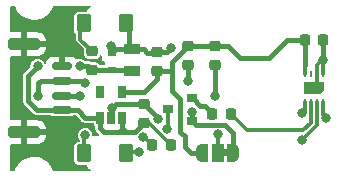
<source format=gbr>
%TF.GenerationSoftware,KiCad,Pcbnew,7.0.7-7.0.7~ubuntu23.04.1*%
%TF.CreationDate,2023-09-24T12:07:55+00:00*%
%TF.ProjectId,TFHT01,54464854-3031-42e6-9b69-6361645f7063,rev?*%
%TF.SameCoordinates,Original*%
%TF.FileFunction,Copper,L2,Bot*%
%TF.FilePolarity,Positive*%
%FSLAX46Y46*%
G04 Gerber Fmt 4.6, Leading zero omitted, Abs format (unit mm)*
G04 Created by KiCad (PCBNEW 7.0.7-7.0.7~ubuntu23.04.1) date 2023-09-24 12:07:55*
%MOMM*%
%LPD*%
G01*
G04 APERTURE LIST*
G04 Aperture macros list*
%AMRoundRect*
0 Rectangle with rounded corners*
0 $1 Rounding radius*
0 $2 $3 $4 $5 $6 $7 $8 $9 X,Y pos of 4 corners*
0 Add a 4 corners polygon primitive as box body*
4,1,4,$2,$3,$4,$5,$6,$7,$8,$9,$2,$3,0*
0 Add four circle primitives for the rounded corners*
1,1,$1+$1,$2,$3*
1,1,$1+$1,$4,$5*
1,1,$1+$1,$6,$7*
1,1,$1+$1,$8,$9*
0 Add four rect primitives between the rounded corners*
20,1,$1+$1,$2,$3,$4,$5,0*
20,1,$1+$1,$4,$5,$6,$7,0*
20,1,$1+$1,$6,$7,$8,$9,0*
20,1,$1+$1,$8,$9,$2,$3,0*%
%AMFreePoly0*
4,1,19,0.550000,-0.750000,0.000000,-0.750000,0.000000,-0.744911,-0.071157,-0.744911,-0.207708,-0.704816,-0.327430,-0.627875,-0.420627,-0.520320,-0.479746,-0.390866,-0.500000,-0.250000,-0.500000,0.250000,-0.479746,0.390866,-0.420627,0.520320,-0.327430,0.627875,-0.207708,0.704816,-0.071157,0.744911,0.000000,0.744911,0.000000,0.750000,0.550000,0.750000,0.550000,-0.750000,0.550000,-0.750000,
$1*%
%AMFreePoly1*
4,1,19,0.000000,0.744911,0.071157,0.744911,0.207708,0.704816,0.327430,0.627875,0.420627,0.520320,0.479746,0.390866,0.500000,0.250000,0.500000,-0.250000,0.479746,-0.390866,0.420627,-0.520320,0.327430,-0.627875,0.207708,-0.704816,0.071157,-0.744911,0.000000,-0.744911,0.000000,-0.750000,-0.550000,-0.750000,-0.550000,0.750000,0.000000,0.750000,0.000000,0.744911,0.000000,0.744911,
$1*%
%AMFreePoly2*
4,1,6,0.500000,-0.850000,-0.200000,-0.850000,-0.500000,-0.550000,-0.500000,0.850000,0.500000,0.850000,0.500000,-0.850000,0.500000,-0.850000,$1*%
G04 Aperture macros list end*
%TA.AperFunction,SMDPad,CuDef*%
%ADD10FreePoly0,180.000000*%
%TD*%
%TA.AperFunction,SMDPad,CuDef*%
%ADD11R,1.000000X1.500000*%
%TD*%
%TA.AperFunction,SMDPad,CuDef*%
%ADD12FreePoly1,180.000000*%
%TD*%
%TA.AperFunction,SMDPad,CuDef*%
%ADD13RoundRect,0.166667X0.458333X0.583333X-0.458333X0.583333X-0.458333X-0.583333X0.458333X-0.583333X0*%
%TD*%
%TA.AperFunction,SMDPad,CuDef*%
%ADD14RoundRect,0.166667X-0.458333X-0.583333X0.458333X-0.583333X0.458333X0.583333X-0.458333X0.583333X0*%
%TD*%
%TA.AperFunction,SMDPad,CuDef*%
%ADD15RoundRect,0.218750X0.256250X-0.218750X0.256250X0.218750X-0.256250X0.218750X-0.256250X-0.218750X0*%
%TD*%
%TA.AperFunction,SMDPad,CuDef*%
%ADD16R,0.250000X0.550000*%
%TD*%
%TA.AperFunction,SMDPad,CuDef*%
%ADD17FreePoly2,90.000000*%
%TD*%
%TA.AperFunction,SMDPad,CuDef*%
%ADD18R,0.700000X0.600000*%
%TD*%
%TA.AperFunction,SMDPad,CuDef*%
%ADD19RoundRect,0.150000X0.700000X-0.150000X0.700000X0.150000X-0.700000X0.150000X-0.700000X-0.150000X0*%
%TD*%
%TA.AperFunction,SMDPad,CuDef*%
%ADD20RoundRect,0.250000X1.100000X-0.250000X1.100000X0.250000X-1.100000X0.250000X-1.100000X-0.250000X0*%
%TD*%
%TA.AperFunction,SMDPad,CuDef*%
%ADD21RoundRect,0.218750X0.218750X0.256250X-0.218750X0.256250X-0.218750X-0.256250X0.218750X-0.256250X0*%
%TD*%
%TA.AperFunction,SMDPad,CuDef*%
%ADD22RoundRect,0.218750X-0.218750X-0.256250X0.218750X-0.256250X0.218750X0.256250X-0.218750X0.256250X0*%
%TD*%
%TA.AperFunction,SMDPad,CuDef*%
%ADD23R,0.900000X0.800000*%
%TD*%
%TA.AperFunction,SMDPad,CuDef*%
%ADD24R,1.397000X0.889000*%
%TD*%
%TA.AperFunction,SMDPad,CuDef*%
%ADD25R,0.650000X1.060000*%
%TD*%
%TA.AperFunction,SMDPad,CuDef*%
%ADD26RoundRect,0.218750X-0.256250X0.218750X-0.256250X-0.218750X0.256250X-0.218750X0.256250X0.218750X0*%
%TD*%
%TA.AperFunction,ViaPad*%
%ADD27C,0.800000*%
%TD*%
%TA.AperFunction,Conductor*%
%ADD28C,0.400000*%
%TD*%
%TA.AperFunction,Conductor*%
%ADD29C,0.300000*%
%TD*%
G04 APERTURE END LIST*
%TA.AperFunction,EtchedComponent*%
%TO.C,JP1*%
G36*
X18934000Y1732000D02*
G01*
X18434000Y1732000D01*
X18434000Y2332000D01*
X18934000Y2332000D01*
X18934000Y1732000D01*
G37*
%TD.AperFunction*%
%TD*%
D10*
%TO.P,JP1,1,A*%
%TO.N,GND*%
X19334000Y2032000D03*
D11*
%TO.P,JP1,2,C*%
%TO.N,Net-(JP1-C)*%
X18034000Y2032000D03*
D12*
%TO.P,JP1,3,B*%
%TO.N,+3V3*%
X16734000Y2032000D03*
%TD*%
D13*
%TO.P,D2,1,K*%
%TO.N,GND*%
X10300000Y13000000D03*
D14*
%TO.P,D2,2,A*%
%TO.N,Net-(D2-A)*%
X6700000Y13000000D03*
%TD*%
D15*
%TO.P,C4,1*%
%TO.N,+5V*%
X11811000Y4572000D03*
%TO.P,C4,2*%
%TO.N,GND*%
X11811000Y6147000D03*
%TD*%
D16*
%TO.P,U1,1,SDA*%
%TO.N,/SDA*%
X26950000Y6325000D03*
%TO.P,U1,2,ADDR*%
%TO.N,Net-(JP1-C)*%
X26450000Y6325000D03*
%TO.P,U1,3,ALERT*%
%TO.N,/ALERT*%
X25950000Y6325000D03*
%TO.P,U1,4,SCL*%
%TO.N,/SCL*%
X25450000Y6325000D03*
%TO.P,U1,5,VDD*%
%TO.N,+3V3*%
X25450000Y8675000D03*
%TO.P,U1,6,~{RESET}*%
%TO.N,unconnected-(U1-~{RESET}-Pad6)*%
X25950000Y8675000D03*
%TO.P,U1,7,R*%
%TO.N,GND*%
X26450000Y8675000D03*
%TO.P,U1,8,VSS*%
X26950000Y8675000D03*
D17*
%TO.P,U1,9,VSS*%
X26200000Y7500000D03*
%TD*%
D18*
%TO.P,D1,1,K*%
%TO.N,+5V*%
X9071000Y9075000D03*
%TO.P,D1,2,A*%
%TO.N,GND*%
X9071000Y10475000D03*
%TD*%
D13*
%TO.P,D3,1,K*%
%TO.N,Net-(D3-K)*%
X10300000Y2000000D03*
D14*
%TO.P,D3,2,A*%
%TO.N,Net-(D3-A)*%
X6700000Y2000000D03*
%TD*%
D19*
%TO.P,J1,1*%
%TO.N,+5V*%
X4847200Y5625000D03*
%TO.P,J1,2*%
%TO.N,/SCL*%
X4847200Y6875000D03*
%TO.P,J1,3*%
%TO.N,/SDA*%
X4847200Y8125000D03*
%TO.P,J1,4*%
%TO.N,GND*%
X4847200Y9375000D03*
D20*
%TO.P,J1,MP*%
X1647200Y3775000D03*
X1647200Y11225000D03*
%TD*%
D21*
%TO.P,R2,1*%
%TO.N,/ALERT*%
X19177000Y5334000D03*
%TO.P,R2,2*%
%TO.N,Net-(Q1-B)*%
X17602000Y5334000D03*
%TD*%
D22*
%TO.P,C5,1*%
%TO.N,+3V3*%
X25412500Y11594000D03*
%TO.P,C5,2*%
%TO.N,GND*%
X26987500Y11594000D03*
%TD*%
D21*
%TO.P,R4,1*%
%TO.N,+5V*%
X14097000Y2667000D03*
%TO.P,R4,2*%
%TO.N,Net-(D3-A)*%
X12522000Y2667000D03*
%TD*%
D15*
%TO.P,C1,1*%
%TO.N,+3V3*%
X12896000Y8962500D03*
%TO.P,C1,2*%
%TO.N,GND*%
X12896000Y10537500D03*
%TD*%
D23*
%TO.P,Q1,1,B*%
%TO.N,Net-(Q1-B)*%
X15859000Y6665000D03*
%TO.P,Q1,2,E*%
%TO.N,GND*%
X15859000Y4765000D03*
%TO.P,Q1,3,C*%
%TO.N,Net-(D3-K)*%
X13859000Y5715000D03*
%TD*%
D24*
%TO.P,C3,1*%
%TO.N,+5V*%
X10821000Y8947500D03*
%TO.P,C3,2*%
%TO.N,GND*%
X10821000Y10852500D03*
%TD*%
D25*
%TO.P,U3,1,VIN*%
%TO.N,+5V*%
X9967000Y4996000D03*
%TO.P,U3,2,GND*%
%TO.N,GND*%
X9017000Y4996000D03*
%TO.P,U3,3,EN*%
%TO.N,+5V*%
X8067000Y4996000D03*
%TO.P,U3,4,NC*%
%TO.N,unconnected-(U3-NC-Pad4)*%
X8067000Y7196000D03*
%TO.P,U3,5,VOUT*%
%TO.N,+3V3*%
X9967000Y7196000D03*
%TD*%
D26*
%TO.P,R3,1*%
%TO.N,+3V3*%
X17780000Y11074500D03*
%TO.P,R3,2*%
%TO.N,/SCL*%
X17780000Y9499500D03*
%TD*%
%TO.P,R10,1*%
%TO.N,+3V3*%
X15494000Y11049000D03*
%TO.P,R10,2*%
%TO.N,/SDA*%
X15494000Y9474000D03*
%TD*%
D15*
%TO.P,R1,1*%
%TO.N,+5V*%
X7421000Y9062500D03*
%TO.P,R1,2*%
%TO.N,Net-(D2-A)*%
X7421000Y10637500D03*
%TD*%
D27*
%TO.N,GND*%
X14096000Y10875000D03*
X4191000Y4318000D03*
X1143000Y12827000D03*
X3937000Y12065000D03*
X2159000Y12827000D03*
X3175000Y12827000D03*
X1143000Y5461000D03*
X15850000Y5500000D03*
X12983983Y4892197D03*
X1143000Y2286000D03*
X1651000Y9779000D03*
X3429000Y2286000D03*
X4191000Y3175000D03*
X1016000Y8890000D03*
X2286000Y2286000D03*
X5080000Y10668000D03*
X1016000Y7747000D03*
X9046000Y11125000D03*
X26950000Y9875000D03*
X9121000Y5875000D03*
X1016000Y6604000D03*
X4064000Y10668000D03*
%TO.N,Net-(D3-K)*%
X11404600Y2082800D03*
X13766800Y4092697D03*
%TO.N,+5V*%
X2794000Y9398000D03*
X6350000Y9398000D03*
%TO.N,/SDA*%
X2850000Y6875000D03*
X6771000Y7950000D03*
X15494000Y8128000D03*
X27225000Y5000000D03*
%TO.N,/SCL*%
X6350000Y6858000D03*
X25200500Y5370686D03*
X17780000Y6858000D03*
%TO.N,Net-(D3-A)*%
X11756232Y3386568D03*
X6836304Y3528579D03*
%TO.N,Net-(JP1-C)*%
X25146000Y3094000D03*
X18034000Y3600500D03*
%TD*%
D28*
%TO.N,GND*%
X9071000Y10475000D02*
X9448500Y10852500D01*
D29*
X26950000Y8675000D02*
X26950000Y9875000D01*
D28*
X9121000Y5875000D02*
X9393000Y6147000D01*
X26987500Y9912500D02*
X26950000Y9875000D01*
X15859000Y4765000D02*
X15850000Y4774000D01*
X9448500Y10852500D02*
X10821000Y10852500D01*
X15859000Y4765000D02*
X16224000Y4400000D01*
X12983983Y4892197D02*
X12983983Y4974017D01*
X12983983Y4974017D02*
X11811000Y6147000D01*
X13758500Y10537500D02*
X12896000Y10537500D01*
X14096000Y10875000D02*
X13758500Y10537500D01*
X4627000Y9398000D02*
X4650000Y9375000D01*
X9017000Y5771000D02*
X9121000Y5875000D01*
X19334000Y3737000D02*
X19334000Y2032000D01*
X26987500Y11594000D02*
X26987500Y9912500D01*
X10575000Y11098500D02*
X10821000Y10852500D01*
X9071000Y11100000D02*
X9046000Y11125000D01*
X11768500Y10852500D02*
X12096000Y10525000D01*
X12096000Y10525000D02*
X12883500Y10525000D01*
D29*
X26450000Y9475000D02*
X26850000Y9875000D01*
D28*
X9393000Y6147000D02*
X11811000Y6147000D01*
D29*
X26850000Y9875000D02*
X26950000Y9875000D01*
X26450000Y8675000D02*
X26450000Y7750000D01*
D28*
X16224000Y4400000D02*
X18671000Y4400000D01*
X10575000Y13000000D02*
X10575000Y11098500D01*
D29*
X26450000Y7750000D02*
X26200000Y7500000D01*
D28*
X12883500Y10525000D02*
X12896000Y10537500D01*
X18671000Y4400000D02*
X19334000Y3737000D01*
X9017000Y4996000D02*
X9017000Y5771000D01*
X15850000Y4774000D02*
X15850000Y5500000D01*
X9071000Y10475000D02*
X9071000Y11100000D01*
X10821000Y10852500D02*
X11768500Y10852500D01*
D29*
X26450000Y8675000D02*
X26450000Y9475000D01*
%TO.N,Net-(D2-A)*%
X6425000Y11633500D02*
X7421000Y10637500D01*
X6425000Y13000000D02*
X6425000Y11633500D01*
%TO.N,Net-(D3-K)*%
X13859000Y5715000D02*
X13859000Y4184897D01*
X11404600Y2082800D02*
X10382800Y2082800D01*
X10382800Y2082800D02*
X10300000Y2000000D01*
X13859000Y4184897D02*
X13766800Y4092697D01*
D28*
%TO.N,+3V3*%
X9967000Y7196000D02*
X11767000Y7196000D01*
X14850000Y6613000D02*
X14196000Y7267000D01*
X17754500Y11049000D02*
X17780000Y11074500D01*
X15748000Y2032000D02*
X15240000Y2540000D01*
X12896000Y8962500D02*
X14108500Y8962500D01*
X19947800Y10075000D02*
X22402884Y10075000D01*
X14108500Y8962500D02*
X14196000Y9050000D01*
X12896000Y8325000D02*
X12896000Y8962500D01*
X15240000Y3429000D02*
X14850000Y3819000D01*
X17780000Y11074500D02*
X18948300Y11074500D01*
X14196000Y7267000D02*
X14196000Y9050000D01*
X15494000Y11049000D02*
X17754500Y11049000D01*
X18948300Y11074500D02*
X19947800Y10075000D01*
X22402884Y10075000D02*
X23921884Y11594000D01*
X23921884Y11594000D02*
X25412500Y11594000D01*
X16734000Y2032000D02*
X15748000Y2032000D01*
X14196000Y9751000D02*
X15494000Y11049000D01*
X14196000Y9050000D02*
X14196000Y9751000D01*
X15240000Y2540000D02*
X15240000Y3429000D01*
X25412500Y9537500D02*
X25450000Y9500000D01*
X11767000Y7196000D02*
X12896000Y8325000D01*
X25412500Y11594000D02*
X25412500Y9537500D01*
D29*
X25450000Y8675000D02*
X25450000Y9500000D01*
D28*
X14850000Y3819000D02*
X14850000Y6613000D01*
%TO.N,+5V*%
X9071000Y9075000D02*
X10693500Y9075000D01*
X4650000Y5625000D02*
X2757000Y5625000D01*
X9058500Y9062500D02*
X9071000Y9075000D01*
X9711000Y3810000D02*
X10287000Y3810000D01*
X8067000Y4996000D02*
X8067000Y4125000D01*
X9711000Y3810000D02*
X9967000Y4066000D01*
X8382000Y3810000D02*
X9711000Y3810000D01*
X4650000Y5625000D02*
X6186000Y5625000D01*
X7085500Y9398000D02*
X7421000Y9062500D01*
X10668000Y3810000D02*
X11049000Y3810000D01*
X1975000Y6407000D02*
X1975000Y8579000D01*
X13859000Y2905000D02*
X14097000Y2667000D01*
X6186000Y5625000D02*
X6815000Y4996000D01*
D29*
X12192000Y4572000D02*
X14097000Y2667000D01*
D28*
X10693500Y9075000D02*
X10821000Y8947500D01*
X7421000Y9062500D02*
X9058500Y9062500D01*
X8067000Y4125000D02*
X8382000Y3810000D01*
X2757000Y5625000D02*
X1975000Y6407000D01*
X1975000Y8579000D02*
X2794000Y9398000D01*
X10287000Y3810000D02*
X10668000Y3810000D01*
X9967000Y4257000D02*
X9967000Y4130000D01*
X6350000Y9398000D02*
X7085500Y9398000D01*
D29*
X11811000Y4572000D02*
X12192000Y4572000D01*
D28*
X9967000Y4066000D02*
X9967000Y4257000D01*
X9967000Y4130000D02*
X10287000Y3810000D01*
X9967000Y4257000D02*
X9967000Y4996000D01*
X11811000Y4572000D02*
X11049000Y3810000D01*
X6815000Y4996000D02*
X8067000Y4996000D01*
D29*
%TO.N,/SDA*%
X26950000Y5275000D02*
X27225000Y5000000D01*
X26950000Y6325000D02*
X26950000Y5275000D01*
D28*
X6596000Y8125000D02*
X6771000Y7950000D01*
X3045000Y8125000D02*
X2850000Y7930000D01*
X4650000Y8125000D02*
X3045000Y8125000D01*
X2850000Y7930000D02*
X2850000Y6875000D01*
X15494000Y9474000D02*
X15494000Y8128000D01*
X4650000Y8125000D02*
X6596000Y8125000D01*
%TO.N,/SCL*%
X6350000Y6858000D02*
X6333000Y6875000D01*
D29*
X25450000Y6325000D02*
X25450000Y5620186D01*
D28*
X17780000Y9499500D02*
X17780000Y6858000D01*
X6333000Y6875000D02*
X4650000Y6875000D01*
D29*
X25450000Y5620186D02*
X25200500Y5370686D01*
%TO.N,Net-(D3-A)*%
X11756232Y3386568D02*
X11802432Y3386568D01*
X11802432Y3386568D02*
X12522000Y2667000D01*
X6700000Y2000000D02*
X6700000Y3392275D01*
X6700000Y3392275D02*
X6836304Y3528579D01*
%TO.N,Net-(JP1-C)*%
X18034000Y2032000D02*
X18034000Y3600500D01*
X25146000Y3096000D02*
X25146000Y3094000D01*
X26450000Y6325000D02*
X26450000Y4400000D01*
X26450000Y4400000D02*
X25146000Y3096000D01*
D28*
%TO.N,Net-(Q1-B)*%
X15941000Y6665000D02*
X16573500Y6032500D01*
X17602000Y5334000D02*
X17602000Y5385000D01*
X16954500Y6032500D02*
X16573500Y6032500D01*
X15859000Y6665000D02*
X15941000Y6665000D01*
X17602000Y5385000D02*
X16954500Y6032500D01*
D29*
%TO.N,/ALERT*%
X25950000Y6325000D02*
X25950000Y4606416D01*
X25950000Y4606416D02*
X25287584Y3944000D01*
X25287584Y3944000D02*
X24296000Y3944000D01*
X24290479Y3949521D02*
X20561479Y3949521D01*
X20561479Y3949521D02*
X19177000Y5334000D01*
X24296000Y3944000D02*
X24290479Y3949521D01*
%TD*%
%TA.AperFunction,Conductor*%
%TO.N,GND*%
G36*
X868423Y14482187D02*
G01*
X890499Y14450517D01*
X943721Y14302332D01*
X993279Y14211195D01*
X1068456Y14072947D01*
X1068458Y14072944D01*
X1068459Y14072943D01*
X1226750Y13865284D01*
X1414886Y13684222D01*
X1508771Y13618185D01*
X1628457Y13534000D01*
X1628459Y13533999D01*
X1862456Y13418139D01*
X2046937Y13359758D01*
X2111395Y13339359D01*
X2369445Y13299500D01*
X2565172Y13299500D01*
X2565177Y13299500D01*
X2760344Y13314484D01*
X2760350Y13314486D01*
X2760354Y13314486D01*
X2866647Y13339360D01*
X3014586Y13373979D01*
X3256766Y13471586D01*
X3361752Y13534001D01*
X3481204Y13605015D01*
X3481205Y13605017D01*
X3481208Y13605018D01*
X3682652Y13771148D01*
X3856375Y13966080D01*
X3998306Y14185247D01*
X4105118Y14423511D01*
X4111053Y14445110D01*
X4140352Y14486387D01*
X4182408Y14499500D01*
X7211729Y14499500D01*
X7259295Y14482187D01*
X7284605Y14438350D01*
X7275815Y14388500D01*
X7252841Y14363971D01*
X7189711Y14321790D01*
X7078210Y14210289D01*
X6990603Y14079175D01*
X6956228Y13996182D01*
X6922031Y13958861D01*
X6887861Y13950500D01*
X6206815Y13950500D01*
X6135450Y13940102D01*
X6025365Y13886284D01*
X5938716Y13799635D01*
X5884898Y13689550D01*
X5874500Y13618185D01*
X5874500Y12381816D01*
X5884898Y12310451D01*
X5938716Y12200366D01*
X5938717Y12200365D01*
X6025365Y12113717D01*
X6032998Y12109986D01*
X6068129Y12073543D01*
X6074500Y12043504D01*
X6074500Y11677526D01*
X6072925Y11662341D01*
X6069957Y11648189D01*
X6069957Y11648185D01*
X6074216Y11614021D01*
X6074500Y11609440D01*
X6074500Y11604453D01*
X6078087Y11582960D01*
X6084427Y11532107D01*
X6084429Y11532103D01*
X6086176Y11526235D01*
X6085834Y11526134D01*
X6086580Y11523805D01*
X6086916Y11523920D01*
X6088907Y11518120D01*
X6113295Y11473055D01*
X6135801Y11427017D01*
X6139366Y11422024D01*
X6139075Y11421817D01*
X6140533Y11419861D01*
X6140816Y11420080D01*
X6144581Y11415242D01*
X6162648Y11398611D01*
X6182275Y11380543D01*
X6723826Y10838992D01*
X6745218Y10793117D01*
X6745500Y10786667D01*
X6745500Y10385754D01*
X6761049Y10287580D01*
X6821340Y10169251D01*
X6915250Y10075341D01*
X6966840Y10049055D01*
X7033579Y10015050D01*
X7033579Y10015049D01*
X7131753Y9999500D01*
X7131754Y9999500D01*
X7710247Y9999500D01*
X7808420Y10015049D01*
X7926751Y10075342D01*
X8020658Y10169249D01*
X8073066Y10272107D01*
X8110086Y10306627D01*
X8160635Y10309277D01*
X8201062Y10278813D01*
X8213000Y10238510D01*
X8213000Y10126410D01*
X8219505Y10065907D01*
X8219506Y10065902D01*
X8270552Y9929040D01*
X8270553Y9929039D01*
X8358096Y9812096D01*
X8358098Y9812094D01*
X8466116Y9731233D01*
X8493820Y9688868D01*
X8495770Y9671975D01*
X8495738Y9536982D01*
X8478414Y9489420D01*
X8434571Y9464121D01*
X8421738Y9463000D01*
X8100526Y9463000D01*
X8052960Y9480313D01*
X8034592Y9503405D01*
X8020659Y9530750D01*
X7926749Y9624660D01*
X7808420Y9684951D01*
X7808420Y9684952D01*
X7710247Y9700500D01*
X7710246Y9700500D01*
X7380044Y9700500D01*
X7332478Y9717813D01*
X7327718Y9722174D01*
X7323841Y9726051D01*
X7300594Y9737897D01*
X7290697Y9743962D01*
X7269589Y9759297D01*
X7269588Y9759298D01*
X7244777Y9767359D01*
X7234049Y9771802D01*
X7210802Y9783647D01*
X7210796Y9783649D01*
X7185033Y9787730D01*
X7173749Y9790438D01*
X7156909Y9795909D01*
X7148933Y9798500D01*
X7148932Y9798500D01*
X6836092Y9798500D01*
X6788526Y9815813D01*
X6781745Y9822895D01*
X6781707Y9822856D01*
X6778277Y9826287D01*
X6652841Y9922536D01*
X6506761Y9983045D01*
X6350000Y10003682D01*
X6193238Y9983045D01*
X6116215Y9951141D01*
X6065644Y9948933D01*
X6035571Y9967182D01*
X5953698Y10049055D01*
X5810601Y10133682D01*
X5650953Y10180065D01*
X5613658Y10183000D01*
X5101200Y10183000D01*
X5101200Y9195000D01*
X5083887Y9147434D01*
X5040050Y9122124D01*
X5027200Y9121000D01*
X4667200Y9121000D01*
X4619634Y9138313D01*
X4594324Y9182150D01*
X4593200Y9195000D01*
X4593200Y10183000D01*
X4080744Y10182999D01*
X4080745Y10182999D01*
X4043447Y10180065D01*
X3883798Y10133682D01*
X3740701Y10049055D01*
X3623145Y9931499D01*
X3538518Y9788402D01*
X3491668Y9627147D01*
X3461771Y9586300D01*
X3412613Y9574226D01*
X3367195Y9596575D01*
X3352239Y9619475D01*
X3318536Y9700841D01*
X3222284Y9826280D01*
X3222279Y9826285D01*
X3096841Y9922536D01*
X2950761Y9983045D01*
X2794000Y10003682D01*
X2637239Y9983045D01*
X2637238Y9983045D01*
X2491158Y9922536D01*
X2365720Y9826285D01*
X2365715Y9826280D01*
X2269464Y9700842D01*
X2208955Y9554762D01*
X2208955Y9554761D01*
X2188318Y9398001D01*
X2188318Y9393151D01*
X2186728Y9393151D01*
X2177163Y9350035D01*
X2167084Y9337479D01*
X1669520Y8839914D01*
X1669517Y8839911D01*
X1669516Y8839909D01*
X1669513Y8839906D01*
X1648110Y8818502D01*
X1646949Y8817341D01*
X1635107Y8794100D01*
X1629043Y8784204D01*
X1613703Y8763089D01*
X1613702Y8763088D01*
X1605641Y8738278D01*
X1601200Y8727554D01*
X1589352Y8704301D01*
X1589351Y8704298D01*
X1585270Y8678533D01*
X1582562Y8667249D01*
X1574500Y8642433D01*
X1574499Y8642430D01*
X1574498Y8579891D01*
X1574499Y8579868D01*
X1574499Y6455718D01*
X1574500Y6455713D01*
X1574500Y6343568D01*
X1582562Y6318751D01*
X1585270Y6307467D01*
X1589351Y6281704D01*
X1589353Y6281698D01*
X1601198Y6258451D01*
X1605641Y6247723D01*
X1613702Y6222912D01*
X1613703Y6222911D01*
X1629038Y6201803D01*
X1635103Y6191906D01*
X1646949Y6168659D01*
X1668523Y6147085D01*
X1668537Y6147070D01*
X2497222Y5318385D01*
X2497232Y5318376D01*
X2518658Y5296950D01*
X2541906Y5285105D01*
X2551793Y5279046D01*
X2572910Y5263704D01*
X2597726Y5255642D01*
X2608454Y5251197D01*
X2631696Y5239354D01*
X2631695Y5239354D01*
X2657463Y5235273D01*
X2668751Y5232564D01*
X2693567Y5224500D01*
X2725481Y5224500D01*
X3871367Y5224500D01*
X3918933Y5207187D01*
X3923693Y5202826D01*
X3940717Y5185802D01*
X4045807Y5134427D01*
X4113940Y5124500D01*
X4113946Y5124500D01*
X5580454Y5124500D01*
X5580460Y5124500D01*
X5648593Y5134427D01*
X5753683Y5185802D01*
X5770707Y5202827D01*
X5816583Y5224218D01*
X5823033Y5224500D01*
X5989455Y5224500D01*
X6037021Y5207187D01*
X6041781Y5202826D01*
X6486950Y4757658D01*
X6576658Y4667950D01*
X6599899Y4656109D01*
X6609803Y4650040D01*
X6630909Y4634704D01*
X6642814Y4630837D01*
X6655721Y4626643D01*
X6666449Y4622199D01*
X6689691Y4610356D01*
X6689693Y4610356D01*
X6689696Y4610354D01*
X6715464Y4606274D01*
X6726754Y4603564D01*
X6751567Y4595501D01*
X6781950Y4595501D01*
X6781974Y4595500D01*
X6783481Y4595500D01*
X7467500Y4595500D01*
X7515066Y4578187D01*
X7540376Y4534350D01*
X7541500Y4521500D01*
X7541500Y4446254D01*
X7553133Y4387768D01*
X7580024Y4347525D01*
X7597448Y4321448D01*
X7633613Y4297283D01*
X7663544Y4256461D01*
X7666500Y4235755D01*
X7666500Y4061568D01*
X7674562Y4036751D01*
X7677270Y4025467D01*
X7681351Y3999704D01*
X7681353Y3999698D01*
X7693198Y3976451D01*
X7697641Y3965723D01*
X7705702Y3940912D01*
X7705703Y3940911D01*
X7721038Y3919803D01*
X7727103Y3909906D01*
X7738949Y3886659D01*
X7760523Y3865085D01*
X7760537Y3865070D01*
X7998782Y3626826D01*
X8020174Y3580950D01*
X8007073Y3532055D01*
X7965609Y3503022D01*
X7946456Y3500500D01*
X7621158Y3500500D01*
X7527650Y3481901D01*
X7477620Y3489602D01*
X7444245Y3527659D01*
X7439848Y3544816D01*
X7421348Y3685341D01*
X7360840Y3831420D01*
X7293022Y3919803D01*
X7264588Y3956859D01*
X7264583Y3956864D01*
X7139145Y4053115D01*
X6993065Y4113624D01*
X6836304Y4134261D01*
X6679543Y4113624D01*
X6679542Y4113624D01*
X6533462Y4053115D01*
X6408024Y3956864D01*
X6408019Y3956859D01*
X6311768Y3831421D01*
X6251259Y3685341D01*
X6251259Y3685340D01*
X6230622Y3528579D01*
X6251259Y3371819D01*
X6251259Y3371818D01*
X6311768Y3225738D01*
X6334208Y3196494D01*
X6349500Y3151445D01*
X6349500Y3024500D01*
X6332187Y2976934D01*
X6288350Y2951624D01*
X6275500Y2950500D01*
X6206815Y2950500D01*
X6135450Y2940102D01*
X6025365Y2886284D01*
X5938716Y2799635D01*
X5884898Y2689550D01*
X5874500Y2618185D01*
X5874500Y1381816D01*
X5884898Y1310451D01*
X5938716Y1200366D01*
X5938717Y1200365D01*
X6025365Y1113717D01*
X6135452Y1059898D01*
X6206820Y1049500D01*
X6887861Y1049500D01*
X6935427Y1032187D01*
X6956228Y1003818D01*
X6990603Y920826D01*
X7078210Y789712D01*
X7189711Y678211D01*
X7252841Y636029D01*
X7282773Y595207D01*
X7279462Y544697D01*
X7244458Y508131D01*
X7211729Y500500D01*
X4179143Y500500D01*
X4131577Y517813D01*
X4109500Y549484D01*
X4056279Y697668D01*
X3934932Y920821D01*
X3931543Y927054D01*
X3930792Y928039D01*
X3773250Y1134716D01*
X3585114Y1315778D01*
X3527279Y1356458D01*
X3371542Y1466001D01*
X3371540Y1466002D01*
X3137543Y1581862D01*
X2888606Y1660641D01*
X2630555Y1700500D01*
X2434823Y1700500D01*
X2365249Y1695159D01*
X2239660Y1685517D01*
X2239645Y1685515D01*
X1985412Y1626021D01*
X1743239Y1528417D01*
X1743222Y1528408D01*
X1518795Y1394986D01*
X1518792Y1394983D01*
X1317344Y1228849D01*
X1143628Y1033925D01*
X1143624Y1033919D01*
X1001693Y814753D01*
X1001693Y814752D01*
X894886Y576500D01*
X894883Y576492D01*
X894882Y576489D01*
X894336Y574500D01*
X888947Y554891D01*
X859648Y513613D01*
X817592Y500500D01*
X574500Y500500D01*
X526934Y517813D01*
X501624Y561650D01*
X500500Y574500D01*
X500500Y2693000D01*
X517813Y2740566D01*
X561650Y2765876D01*
X574500Y2767000D01*
X1393199Y2767000D01*
X1393199Y3521000D01*
X1901200Y3521000D01*
X1901200Y2767000D01*
X2797703Y2767000D01*
X2797704Y2767001D01*
X2901525Y2777607D01*
X3069724Y2833343D01*
X3220538Y2926366D01*
X3220542Y2926368D01*
X3345832Y3051658D01*
X3345834Y3051662D01*
X3438857Y3202476D01*
X3494593Y3370675D01*
X3505199Y3474496D01*
X3505200Y3474498D01*
X3505200Y3521000D01*
X1901200Y3521000D01*
X1393199Y3521000D01*
X1393200Y4783000D01*
X1901200Y4783000D01*
X1901200Y4029000D01*
X3505200Y4029000D01*
X3505200Y4075503D01*
X3505199Y4075505D01*
X3494593Y4179326D01*
X3438857Y4347525D01*
X3345834Y4498339D01*
X3345832Y4498342D01*
X3220542Y4623632D01*
X3220538Y4623635D01*
X3069724Y4716658D01*
X2901525Y4772394D01*
X2797704Y4783000D01*
X1901200Y4783000D01*
X1393200Y4783000D01*
X574500Y4783000D01*
X526934Y4800313D01*
X501624Y4844150D01*
X500500Y4857000D01*
X500500Y10143000D01*
X517813Y10190566D01*
X561650Y10215876D01*
X574500Y10217000D01*
X1393199Y10217000D01*
X1393199Y10971000D01*
X1901200Y10971000D01*
X1901200Y10217000D01*
X2797703Y10217000D01*
X2797704Y10217001D01*
X2901525Y10227607D01*
X3069724Y10283343D01*
X3220538Y10376366D01*
X3220542Y10376368D01*
X3345832Y10501658D01*
X3345834Y10501662D01*
X3438857Y10652476D01*
X3494593Y10820675D01*
X3505199Y10924496D01*
X3505200Y10924498D01*
X3505200Y10971000D01*
X1901200Y10971000D01*
X1393199Y10971000D01*
X1393200Y12233000D01*
X1901200Y12233000D01*
X1901200Y11479000D01*
X3505200Y11479000D01*
X3505200Y11525503D01*
X3505199Y11525505D01*
X3494593Y11629326D01*
X3438857Y11797525D01*
X3345834Y11948339D01*
X3345832Y11948342D01*
X3220542Y12073632D01*
X3220538Y12073635D01*
X3069724Y12166658D01*
X2901525Y12222394D01*
X2797704Y12233000D01*
X1901200Y12233000D01*
X1393200Y12233000D01*
X574500Y12233000D01*
X526934Y12250313D01*
X501624Y12294150D01*
X500500Y12307000D01*
X500500Y14425500D01*
X517813Y14473066D01*
X561650Y14498376D01*
X574500Y14499500D01*
X820857Y14499500D01*
X868423Y14482187D01*
G37*
%TD.AperFunction*%
%TD*%
M02*

</source>
